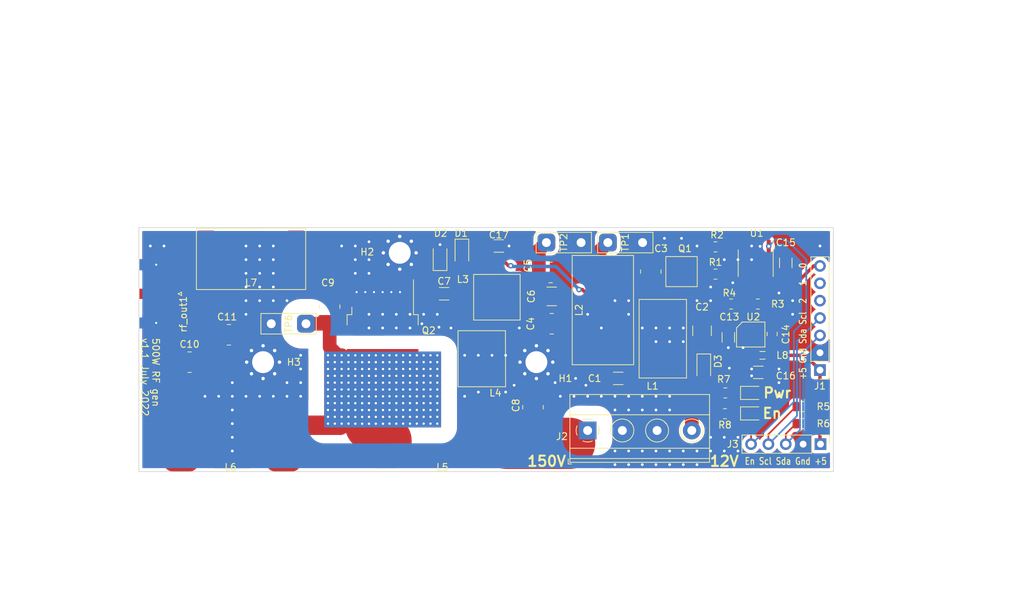
<source format=kicad_pcb>
(kicad_pcb (version 20211014) (generator pcbnew)
  (layers (0 "F.Cu" signal) (31 "B.Cu" signal) (34 "B.Paste" user) (35 "F.Paste" user) (36 "B.SilkS" user "B.Silkscreen") (37 "F.SilkS" user "F.Silkscreen") (38 "B.Mask" user) (39 "F.Mask" user) (44 "Edge.Cuts" user))
  (net 0 "")
  (net 1 "+12V")
  (net 2 "GND")
  (net 3 "Net-(C3-Pad2)")
  (net 4 "Net-(C4-Pad1)")
  (net 5 "Net-(C4-Pad2)")
  (net 6 "/SiC_gate")
  (net 7 "Net-(C7-Pad2)")
  (net 8 "VDD")
  (net 9 "Net-(C9-Pad2)")
  (net 10 "Net-(C10-Pad1)")
  (net 11 "Net-(C10-Pad2)")
  (net 12 "Net-(C14-Pad1)")
  (net 13 "Net-(C14-Pad2)")
  (net 14 "+5V")
  (net 15 "Net-(D3-Pad2)")
  (net 16 "/SDA")
  (net 17 "/SCL")
  (net 20 "/13.56Mhz")
  (net 21 "/EN")
  (net 22 "/GaN_gate")
  (net 23 "Net-(R1-Pad1)")
  (net 24 "Net-(R2-Pad1)")
  (net 25 "Net-(R3-Pad2)")
  (net 27 "Net-(D4-Pad1)")
  (net 28 "Net-(D5-Pad1)")
  (footprint "rf_gen:inductor_air_15x15" (layer "F.Cu") (at 82.26 136.12 180)
    (fp_text reference "L6")
    (fp_text value "760n")
  )
  (footprint "Capacitor_SMD:C_1206_3216Metric" (layer "F.Cu") (at 159.235 125.62 180)
    (fp_text reference "C16")
    (fp_text value "10u")
  )
  (footprint "MountingHole:MountingHole_3.2mm_M3_Pad_Via" (layer "F.Cu") (at 86.76 124.12 180)
    (fp_text reference "H3")
    (fp_text value "MountingHole_Pad")
  )
  (footprint "rf_gen:2929SQ-501" (layer "F.Cu") (at 136.5 116.5 -90)
    (fp_text reference "L2")
    (fp_text value "500n")
  )
  (footprint "rf_gen:C_1111_2828Metric" (layer "F.Cu") (at 96.5 116 -90)
    (fp_text reference "C9")
    (fp_text value "180p")
  )
  (footprint "Capacitor_SMD:C_1206_3216Metric" (layer "F.Cu") (at 154.8475 120.5 -90)
    (fp_text reference "C13")
    (fp_text value "10u")
  )
  (footprint "Resistor_SMD:R_0805_2012Metric" (layer "F.Cu") (at 152.9675 107.245 180)
    (fp_text reference "R2")
    (fp_text value "1")
  )
  (footprint "Connector_PinHeader_2.54mm:PinHeader_1x07_P2.54mm_Vertical" (layer "F.Cu") (at 168.26 125.28 180)
    (fp_text reference "J1")
    (fp_text value "Conn_01x07_Male")
  )
  (footprint "Diode_SMD:D_PowerDI-123" (layer "F.Cu") (at 112.66 108.52 90)
    (fp_text reference "D2")
    (fp_text value "DFLS230")
  )
  (footprint "TestPoint:TestPoint_2Pads_Pitch5.08mm_Drill1.3mm" (layer "F.Cu") (at 93.04 118.5 180)
    (fp_text reference "TP6")
    (fp_text value "test")
  )
  (footprint "Resistor_SMD:R_0805_2012Metric" (layer "F.Cu") (at 154.35 131.665 180)
    (fp_text reference "R8")
    (fp_text value "330")
  )
  (footprint "Inductor_SMD:L_0805_2012Metric" (layer "F.Cu") (at 159.8475 123.12)
    (fp_text reference "L8")
    (fp_text value "3.3u")
  )
  (footprint "Capacitor_SMD:C_1206_3216Metric" (layer "F.Cu") (at 113.26 114.12)
    (fp_text reference "C7")
    (fp_text value "100n")
  )
  (footprint "rf_gen:inductor_air_15x15" (layer "F.Cu") (at 112.26 135.62 180)
    (fp_text reference "L5")
    (fp_text value "880n")
  )
  (footprint "Capacitor_SMD:C_1206_3216Metric" (layer "F.Cu") (at 163.26 109.595 90)
    (fp_text reference "C15")
    (fp_text value "10u")
  )
  (footprint "rf_gen:TSOT26" (layer "F.Cu") (at 158.15 120.05)
    (fp_text reference "U2")
    (fp_text value "AP62150")
  )
  (footprint "Connector_PinHeader_2.54mm:PinHeader_1x05_P2.54mm_Vertical" (layer "F.Cu") (at 168.335 136.12 -90)
    (fp_text reference "J3")
    (fp_text value "Conn_01x05_Male")
  )
  (footprint "rf_gen:C_1111_2828Metric" (layer "F.Cu") (at 76 124.12)
    (fp_text reference "C10")
    (fp_text value "180p")
  )
  (footprint "Capacitor_SMD:C_1206_3216Metric" (layer "F.Cu") (at 138.735 126.5 180)
    (fp_text reference "C1")
    (fp_text value "100n")
  )
  (footprint "rf_gen:C_1111_2828Metric" (layer "F.Cu") (at 126.26 130.71 -90)
    (fp_text reference "C8")
    (fp_text value "270p")
  )
  (footprint "rf_gen:C_1111_2828Metric" (layer "F.Cu") (at 129 118.5 180)
    (fp_text reference "C4")
    (fp_text value "270p")
  )
  (footprint "Capacitor_SMD:C_0805_2012Metric" (layer "F.Cu") (at 161.26 120 -90)
    (fp_text reference "C14")
    (fp_text value "100n")
  )
  (footprint "TestPoint:TestPoint_2Pads_Pitch5.08mm_Drill1.3mm" (layer "F.Cu") (at 137.22 106.62)
    (fp_text reference "TP1")
    (fp_text value "test")
  )
  (footprint "LED_SMD:LED_0805_2012Metric" (layer "F.Cu") (at 158.3225 128.62)
    (fp_text reference "D4" hide)
    (fp_text value "LED")
  )
  (footprint "Resistor_SMD:R_0805_2012Metric" (layer "F.Cu") (at 159.1725 115.62 180)
    (fp_text reference "R3")
    (fp_text value "52.3k")
  )
  (footprint "TerminalBlock_Phoenix:TerminalBlock_Phoenix_MKDS-1,5-4-5.08_1x04_P5.08mm_Horizontal" (layer "F.Cu") (at 134.26 134.12)
    (fp_text reference "J2")
    (fp_text value "Screw_Terminal_01x04")
  )
  (footprint "rf_gen:C_1111_2828Metric" (layer "F.Cu") (at 81.76 120.12)
    (fp_text reference "C11")
    (fp_text value "270p")
  )
  (footprint "Capacitor_SMD:C_1206_3216Metric" (layer "F.Cu") (at 121.26 107.12 180)
    (fp_text reference "C17")
    (fp_text value "100n")
  )
  (footprint "rf_gen:2929SQ-501" (layer "F.Cu") (at 85 109)
    (fp_text reference "L7")
    (fp_text value "500n")
  )
  (footprint "rf_gen:2222SQ-221" (layer "F.Cu") (at 145.26 120.69 -90)
    (fp_text reference "L1")
    (fp_text value "220n")
  )
  (footprint "LED_SMD:LED_0805_2012Metric" (layer "F.Cu") (at 158.3225 131.62)
    (fp_text reference "D5" hide)
    (fp_text value "LED")
  )
  (footprint "rf_gen:C_1111_2828Metric" (layer "F.Cu") (at 128.85 111)
    (fp_text reference "C5")
    (fp_text value "220p")
  )
  (footprint "Resistor_SMD:R_0805_2012Metric" (layer "F.Cu") (at 165.6725 133.12 180)
    (fp_text reference "R6")
    (fp_text value "10k")
  )
  (footprint "rf_gen:2222SQ-90N" (layer "F.Cu") (at 120.985 114.62 180)
    (fp_text reference "L3")
    (fp_text value "90n")
  )
  (footprint "Resistor_SMD:R_0805_2012Metric" (layer "F.Cu") (at 155.26 115.62 180)
    (fp_text reference "R4")
    (fp_text value "10k")
  )
  (footprint "TestPoint:TestPoint_2Pads_Pitch5.08mm_Drill1.3mm" (layer "F.Cu") (at 128.22 106.62)
    (fp_text reference "TP2")
    (fp_text value "test")
  )
  (footprint "rf_gen:SMA_EdgeMount" (layer "F.Cu") (at 71.1225 114.12 180)
    (fp_text reference "rf_out1")
    (fp_text value "Conn_Coaxial")
  )
  (footprint "Diode_SMD:D_PowerDI-123" (layer "F.Cu") (at 151.26 125.12 -90)
    (fp_text reference "D3")
    (fp_text value "DFLS230")
  )
  (footprint "Resistor_SMD:R_0805_2012Metric" (layer "F.Cu") (at 152.9675 111.245 180)
    (fp_text reference "R1")
    (fp_text value "1")
  )
  (footprint "Diode_SMD:D_PowerDI-123" (layer "F.Cu") (at 115.86 108.32 -90)
    (fp_text reference "D1")
    (fp_text value "DFLS230")
  )
  (footprint "Capacitor_SMD:C_1210_3225Metric" (layer "F.Cu") (at 129 114.5)
    (fp_text reference "C6")
    (fp_text value "1n")
  )
  (footprint "Resistor_SMD:R_0805_2012Metric" (layer "F.Cu") (at 154.41 128.62 180)
    (fp_text reference "R7")
    (fp_text value "330")
  )
  (footprint "MountingHole:MountingHole_3.2mm_M3_Pad_Via" (layer "F.Cu") (at 126.76 124.12 180)
    (fp_text reference "H1")
    (fp_text value "MountingHole_Pad")
  )
  (footprint "rf_gen:GaNpx" (layer "F.Cu") (at 148 110.87 180)
    (fp_text reference "Q1")
    (fp_text value "GS61004B")
  )
  (footprint "rf_gen:C_1111_2828Metric" (layer "F.Cu") (at 143.5 110.87 -90)
    (fp_text reference "C3")
    (fp_text value "220p")
  )
  (footprint "Capacitor_SMD:C_1210_3225Metric" (layer "F.Cu") (at 151 119.525 -90)
    (fp_text reference "C2")
    (fp_text value "1n")
  )
  (footprint "Package_SO:SOIC-8_3.9x4.9mm_P1.27mm" (layer "F.Cu") (at 158.855 109.645 -90)
    (fp_text reference "U1")
    (fp_text value "NPC81074")
  )
  (footprint "rf_gen:2222SQ-111" (layer "F.Cu") (at 118.76 123.62 90)
    (fp_text reference "L4")
    (fp_text value "110n")
  )
  (footprint "Resistor_SMD:R_0805_2012Metric" (layer "F.Cu") (at 165.6725 130.62)
    (fp_text reference "R5")
    (fp_text value "10k")
  )
  (footprint "rf_gen:TO-263-7_heatsink" (layer "F.Cu") (at 104.26 120.12 -90)
    (fp_text reference "Q2")
    (fp_text value "G3R350MT12J")
  )
  (footprint "MountingHole:MountingHole_3.2mm_M3_Pad_Via" (layer "F.Cu") (at 106.76 108.12 180)
    (fp_text reference "H2")
    (fp_text value "MountingHole_Pad")
  )
  (gr_rect (start 68.58 104.42) (end 170.22 140.14) (layer "Edge.Cuts") (width 0.1) (fill none))
  (gr_text "150V" (at 128.26 138.62) (layer "F.SilkS") (effects (font (size 1.5 1.5) (thickness 0.3))))
  (gr_text "Pwr" (at 162.01 128.62) (layer "F.SilkS") (effects (font (size 1.5 1.5) (thickness 0.3))))
  (gr_text "En Scl Sda Gnd +5" (at 163.26 138.62) (layer "F.SilkS") (effects (font (size 1 0.8))))
  (gr_text "500W RF gen\nv1.1 July 2022" (at 70.26 120.5 270) (layer "F.SilkS") (effects (font (size 1 1)) (justify left)))
  (gr_text "En" (at 161.26 131.62) (layer "F.SilkS") (effects (font (size 1.5 1.5) (thickness 0.3))))
  (gr_text "+5 Gnd Sda Scl  2   1   0" (at 165.76 118.12 90) (layer "F.SilkS") (effects (font (size 1 0.8))))
  (gr_text "12V" (at 154.26 138.62) (layer "F.SilkS") (effects (font (size 1.5 1.5) (thickness 0.3))))
  (segment (start 154.8475 119.025) (end 153.975 119.025) (width 2) (layer "F.Cu") (net 1))
  (segment (start 116.06 107.27) (end 119.635 107.27) (width 2) (layer "F.Cu") (net 1))
  (segment (start 115.86 107.47) (end 116.06 107.27) (width 2) (layer "F.Cu") (net 1))
  (segment (start 119.635 107.27) (end 119.785 107.12) (width 2) (layer "F.Cu") (net 1))
  (segment (start 144.02 126.5) (end 145.26 125.26) (width 2) (layer "F.Cu") (net 1))
  (segment (start 146.25 124.27) (end 145.26 125.26) (width 2) (layer "F.Cu") (net 1))
  (segment (start 151.26 124.27) (end 146.25 124.27) (width 2) (layer "F.Cu") (net 1))
  (segment (start 151.26 124.27) (end 151.26 121.26) (width 2) (layer "F.Cu") (net 1))
  (segment (start 122.665 110) (end 119.785 107.12) (width 0.5) (layer "F.Cu") (net 1))
  (segment (start 123 110) (end 122.665 110) (width 0.5) (layer "F.Cu") (net 1))
  (segment (start 152 121) (end 151 121) (width 2) (layer "F.Cu") (net 1))
  (segment (start 153.975 119.025) (end 152 121) (width 2) (layer "F.Cu") (net 1))
  (segment (start 140.21 126.5) (end 144.02 126.5) (width 2) (layer "F.Cu") (net 1))
  (segment (start 133.5 113.5) (end 145.26 125.26) (width 0.5) (layer "F.Cu") (net 1))
  (segment (start 133 113.5) (end 133.5 113.5) (width 0.5) (layer "F.Cu") (net 1))
  (segment (start 157 119.1) (end 155.4225 119.1) (width 0.5) (layer "F.Cu") (net 1))
  (segment (start 151.26 121.26) (end 151 121) (width 2) (layer "F.Cu") (net 1))
  (via (at 133 113.5) (size 0.8) (drill 0.4) (layers "F.Cu" "B.Cu") (net 1))
  (via (at 123 110) (size 0.8) (drill 0.4) (layers "F.Cu" "B.Cu") (net 1))
  (segment (start 123.12 110.12) (end 129.62 110.12) (width 0.5) (layer "B.Cu") (net 1))
  (segment (start 123 110) (end 123.12 110.12) (width 0.5) (layer "B.Cu") (net 1))
  (segment (start 129.62 110.12) (end 133 113.5) (width 0.5) (layer "B.Cu") (net 1))
  (segment (start 130.475 110.725) (end 130.58 110.62) (width 0.25) (layer "F.Cu") (net 2))
  (segment (start 162.91 108.47) (end 160.11 108.47) (width 0.25) (layer "F.Cu") (net 2))
  (segment (start 100.45 113.5) (end 96.53 113.5) (width 2) (layer "F.Cu") (net 2))
  (segment (start 91.6 109) (end 94.745 109) (width 2) (layer "F.Cu") (net 2))
  (segment (start 154.8475 122) (end 155.8475 121) (width 0.5) (layer "F.Cu") (net 2))
  (segment (start 157 121) (end 157 122) (width 0.5) (layer "F.Cu") (net 2))
  (segment (start 157 122) (end 157 124.86) (width 0.5) (layer "F.Cu") (net 2))
  (segment (start 157 124.86) (end 157.76 125.62) (width 0.5) (layer "F.Cu") (net 2))
  (segment (start 155.8475 121) (end 157 121) (width 0.5) (layer "F.Cu") (net 2))
  (segment (start 94.745 109) (end 96.5 110.755) (width 2) (layer "F.Cu") (net 2))
  (segment (start 160.11 108.47) (end 159.49 107.85) (width 0.25) (layer "F.Cu") (net 2))
  (segment (start 109.23 106.57) (end 112.66 106.57) (width 2) (layer "F.Cu") (net 2))
  (segment (start 105.53 110.27) (end 109.23 106.57) (width 2) (layer "F.Cu") (net 2))
  (segment (start 100.45 113.87) (end 106.07 113.87) (width 2) (layer "F.Cu") (net 2))
  (segment (start 105.53 113.87) (end 105.53 110.27) (width 2) (layer "F.Cu") (net 2))
  (segment (start 96.5 110.355) (end 96.5 113.5) (width 2) (layer "F.Cu") (net 2))
  (segment (start 130.475 114.5) (end 130.475 110.725) (width 0.25) (layer "F.Cu") (net 2))
  (via (at 110 118.5) (size 0.8) (drill 0.4) (layers "F.Cu" "B.Cu") (net 2))
  (via (at 164.26 117.12) (size 0.8) (drill 0.4) (layers "F.Cu" "B.Cu") (net 2))
  (via (at 122.76 107.12) (size 0.8) (drill 0.4) (layers "F.Cu" "B.Cu") (net 2))
  (via (at 144.26 129.12) (size 0.8) (drill 0.4) (layers "F.Cu" "B.Cu") (net 2))
  (via (at 110.26 117.12) (size 0.8) (drill 0.4) (layers "F.Cu" "B.Cu") (net 2))
  (via (at 102.26 117.12) (size 0.8) (drill 0.4) (layers "F.Cu" "B.Cu") (net 2))
  (via (at 112.26 117.12) (size 0.8) (drill 0.4) (layers "F.Cu" "B.Cu") (net 2))
  (via (at 154.26 137.12) (size 0.8) (drill 0.4) (layers "F.Cu" "B.Cu") (net 2))
  (via (at 148.26 137.12) (size 0.8) (drill 0.4) (layers "F.Cu" "B.Cu") (net 2))
  (via (at 72.26 107.12) (size 0.8) (drill 0.4) (layers "F.Cu" "B.Cu") (net 2))
  (via (at 154.8475 122) (size 0.8) (drill 0.4) (layers "F.Cu" "B.Cu") (net 2))
  (via (at 154.26 109.12) (size 0.8) (drill 0.4) (layers "F.Cu" "B.Cu") (net 2))
  (via (at 98.26 107.12) (size 0.8) (drill 0.4) (layers "F.Cu" "B.Cu") (net 2))
  (via (at 70.26 107.12) (size 0.8) (drill 0.4) (layers "F.Cu" "B.Cu") (net 2))
  (via (at 150.26 139.12) (size 0.8) (drill 0.4) (layers "F.Cu" "B.Cu") (net 2))
  (via (at 102.26 109.12) (size 0.8) (drill 0.4) (layers "F.Cu" "B.Cu") (net 2))
  (via (at 108.26 119.12) (size 0.8) (drill 0.4) (layers "F.Cu" "B.Cu") (net 2))
  (via (at 88.26 111.12) (size 0.8) (drill 0.4) (layers "F.Cu" "B.Cu") (net 2))
  (via (at 116.26 129.12) (size 0.8) (drill 0.4) (layers "F.Cu" "B.Cu") (net 2))
  (via (at 132.5 126.5) (size 0.8) (drill 0.4) (layers "F.Cu" "B.Cu") (net 2))
  (via (at 116.26 123.12) (size 0.8) (drill 0.4) (layers "F.Cu" "B.Cu") (net 2))
  (via (at 156.26 109.12) (size 0.8) (drill 0.4) (layers "F.Cu" "B.Cu") (net 2))
  (via (at 86.26 111.12) (size 0.8) (drill 0.4) (layers "F.Cu" "B.Cu") (net 2))
  (via (at 140.26 117.12) (size 0.8) (drill 0.4) (layers "F.Cu" "B.Cu") (net 2))
  (via (at 136.26 129.12) (size 0.8) (drill 0.4) (layers "F.Cu" "B.Cu") (net 2))
  (via (at 112.66 106.92) (size 0.8) (drill 0.4) (layers "F.Cu" "B.Cu") (net 2))
  (via (at 84.26 107.12) (size 0.8) (drill 0.4) (layers "F.Cu" "B.Cu") (net 2))
  (via (at 152.26 115.12) (size 0.8) (drill 0.4) (layers "F.Cu" "B.Cu") (net 2))
  (via (at 150.26 115.12) (size 0.8) (drill 0.4) (layers "F.Cu" "B.Cu") (net 2))
  (via (at 84.26 111.12) (size 0.8) (drill 0.4) (layers "F.Cu" "B.Cu") (net 2))
  (via (at 88.26 107.12) (size 0.8) (drill 0.4) (layers "F.Cu" "B.Cu") (net 2))
  (via (at 156.26 137.12) (size 0.8) (drill 0.4) (layers "F.Cu" "B.Cu") (net 2))
  (via (at 140.26 131.12) (size 0.8) (drill 0.4) (layers "F.Cu" "B.Cu") (net 2))
  (via (at 144.26 119.12) (size 0.8) (drill 0.4) (layers "F.Cu" "B.Cu") (net 2))
  (via (at 82.26 135.12) (size 0.8) (drill 0.4) (layers "F.Cu" "B.Cu") (net 2))
  (via (at 84.26 117.12) (size 0.8) (drill 0.4) (layers "F.Cu" "B.Cu") (net 2))
  (via (at 146.26 131.12) (size 0.8) (drill 0.4) (layers "F.Cu" "B.Cu") (net 2))
  (via (at 150.26 107.12) (size 0.8) (drill 0.4) (layers "F.Cu" "B.Cu") (net 2))
  (via (at 148.26 119.12) (size 0.8) (drill 0.4) (layers "F.Cu" "B.Cu") (net 2))
  (via (at 162.26 114) (size 0.8) (drill 0.4) (layers "F.Cu" "B.Cu") (net 2))
  (via (at 138.26 129.12) (size 0.8) (drill 0.4) (layers "F.Cu" "B.Cu") (net 2))
  (via (at 112.5 119) (size 0.8) (drill 0.4) (layers "F.Cu" "B.Cu") (net 2))
  (via (at 82.26 131.12) (size 0.8) (drill 0.4) (layers "F.Cu" "B.Cu") (net 2))
  (via (at 100.26 107.12) (size 0.8) (drill 0.4) (layers "F.Cu" "B.Cu") (net 2))
  (via (at 118.26 123.12) (size 0.8) (drill 0.4) (layers "F.Cu" "B.Cu") (net 2))
  (via (at 152.26 137.12) (size 0.8) (drill 0.4) (layers "F.Cu" "B.Cu") (net 2))
  (via (at 102.26 106.5) (size 0.8) (drill 0.4) (layers "F.Cu" "B.Cu") (net 2))
  (via (at 162.26 129.12) (size 0.8) (drill 0.4) (layers "F.Cu" "B.Cu") (net 2))
  (via (at 129.5 127.12) (size 0.8) (drill 0.4) (layers "F.Cu" "B.Cu") (net 2))
  (via (at 134.26 129.12) (size 0.8) (drill 0.4) (layers "F.Cu" "B.Cu") (net 2))
  (via (at 159.49 107.17) (size 0.8) (drill 0.4) (layers "F.Cu" "B.Cu") (net 2))
  (via (at 104.26 117.12) (size 0.8) (drill 0.4) (layers "F.Cu" "B.Cu") (net 2))
  (via (at 82.26 129.12) (size 0.8) (drill 0.4) (layers "F.Cu" "B.Cu") (net 2))
  (via (at 144.26 121.12) (size 0.8) (drill 0.4) (layers "F.Cu" "B.Cu") (net 2))
  (via (at 82.26 137.12) (size 0.8) (drill 0.4) (layers "F.Cu" "B.Cu") (net 2))
  (via (at 108.26 117.12) (size 0.8) (drill 0.4) (layers "F.Cu" "B.Cu") (net 2))
  (via (at 134.26 117.12) (size 0.8) (drill 0.4) (layers "F.Cu" "B.Cu") (net 2))
  (via (at 114.26 119.12) (size 0.8) (drill 0.4) (layers "F.Cu" "B.Cu") (net 2))
  (via (at 92.26 123.12) (size 0.8) (drill 0.4) (layers "F.Cu" "B.Cu") (net 2))
  (via (at 146.26 139.12) (size 0.8) (drill 0.4) (layers "F.Cu" "B.Cu") (net 2))
  (via (at 152.26 113.12) (size 0.8) (drill 0.4) (layers "F.Cu" "B.Cu") (net 2))
  (via (at 106.26 119.12) (size 0.8) (drill 0.4) (layers "F.Cu" "B.Cu") (net 2))
  (via (at 158.26 125.12) (size 0.8) (drill 0.4) (layers "F.Cu" "B.Cu") (net 2))
  (via (at 146.26 119.12) (size 0.8) (drill 0.4) (layers "F.Cu" "B.Cu") (net 2))
  (via (at 86.26 113.12) (size 0.8) (drill 0.4) (layers "F.Cu" "B.Cu") (net 2))
  (via (at 154.26 135.12) (size 0.8) (drill 0.4) (layers "F.Cu" "B.Cu") (net 2))
  (via (at 82.26 133.12) (size 0.8) (drill 0.4) (layers "F.Cu" "B.Cu") (net 2))
  (via (at 102.26 111.12) (size 0.8) (drill 0.4) (layers "F.Cu" "B.Cu") (net 2))
  (via (at 146.26 129.12) (size 0.8) (drill 0.4) (layers "F.Cu" "B.Cu") (net 2))
  (via (at 156.26 135.12) (size 0.8) (drill 0.4) (layers "F.Cu" "B.Cu") (net 2))
  (via (at 86.26 109.12) (size 0.8) (drill 0.4) (layers "F.Cu" "B.Cu") (net 2))
  (via (at 138.26 115.12) (size 0.8) (drill 0.4) (layers "F.Cu" "B.Cu") (net 2))
  (via (at 88.26 113.12) (size 0.8) (drill 0.4) (layers "F.Cu" "B.Cu") (net 2))
  (via (at 142.26 129.12) (size 0.8) (drill 0.4) (layers "F.Cu" "B.Cu") (net 2))
  (via (at 90.26 127.12) (size 0.8) (drill 0.4) (layers "F.Cu" "B.Cu") (net 2))
  (via (at 142.26 137.12) (size 0.8) (drill 0.4) (layers "F.Cu" "B.Cu") (net 2))
  (via (at 86.26 115.12) (size 0.8) (drill 0.4) (layers "F.Cu" "B.Cu") (net 2))
  (via (at 92.26 127.12) (size 0.8) (drill 0.4) (layers "F.Cu" "B.Cu") (net 2))
  (via (at 144.26 131.12) (size 0.8) (drill 0.4) (layers "F.Cu" "B.Cu") (net 2))
  (via (at 140.26 115.12) (size 0.8) (drill 0.4) (layers "F.Cu" "B.Cu") (net 2))
  (via (at 106.26 117.12) (size 0.8) (drill 0.4) (layers "F.Cu" "B.Cu") (net 2))
  (via (at 84.26 109.12) (size 0.8) (drill 0.4) (layers "F.Cu" "B.Cu") (net 2))
  (via (at 158.26 126.12) (size 0.8) (drill 0.4) (layers "F.Cu" "B.Cu") (net 2))
  (via (at 102.26 119.12) (size 0.8) (drill 0.4) (layers "F.Cu" "B.Cu") (net 2))
  (via (at 82.26 127.12) (size 0.8) (drill 0.4) (layers "F.Cu" "B.Cu") (net 2))
  (via (at 104.26 119.12) (size 0.8) (drill 0.4) (layers "F.Cu" "B.Cu") (net 2))
  (via (at 118.26 128.5) (size 0.8) (drill 0.4) (layers "F.Cu" "B.Cu") (net 2))
  (via (at 100.26 109.12) (size 0.8) (drill 0.4) (layers "F.Cu" "B.Cu") (net 2))
  (via (at 88.26 109.12) (size 0.8) (drill 0.4) (layers "F.Cu" "B.Cu") (net 2))
  (via (at 150.26 137.12) (size 0.8) (drill 0.4) (layers "F.Cu" "B.Cu") (net 2))
  (via (at 168.26 107.12) (size 0.8) (drill 0.4) (layers "F.Cu" "B.Cu") (net 2))
  (via (at 138.26 131.12) (size 0.8) (drill 0.4) (layers "F.Cu" "B.Cu") (net 2))
  (via (at 148.26 139.12) (size 0.8) (drill 0.4) (layers "F.Cu" "B.Cu") (net 2))
  (via (at 144.26 139.12) (size 0.8) (drill 0.4) (layers "F.Cu" "B.Cu") (net 2))
  (via (at 92.26 129.12) (size 0.8) (drill 0.4) (layers "F.Cu" "B.Cu") (net 2))
  (via (at 80.26 129.12) (size 0.8) (drill 0.4) (layers "F.Cu" "B.Cu") (net 2))
  (via (at 78.26 129.12) (size 0.8) (drill 0.4) (layers "F.Cu" "B.Cu") (net 2))
  (via (at 157 122) (size 0.8) (drill 0.4) (layers "F.Cu" "B.Cu") (net 2))
  (via (at 144.26 137.12) (size 0.8) (drill 0.4) (layers "F.Cu" "B.Cu") (net 2))
  (via (at 138.26 137.12) (size 0.8) (drill 0.4) (layers "F.Cu" "B.Cu") (net 2))
  (via (at 124.26 119.12) (size 0.8) (drill 0.4) (layers "F.Cu" "B.Cu") (net 2))
  (via (at 136.26 119.12) (size 0.8) (drill 0.4) (layers "F.Cu" "B.Cu") (net 2))
  (via (at 84.26 115.12) (size 0.8) (drill 0.4) (layers "F.Cu" "B.Cu") (net 2))
  (via (at 142.26 139.12) (size 0.8) (drill 0.4) (layers "F.Cu" "B.Cu") (net 2))
  (via (at 152.26 135.12) (size 0.8) (drill 0.4) (layers "F.Cu" "B.Cu") (net 2))
  (via (at 86.26 107.12) (size 0.8) (drill 0.4) (layers "F.Cu" "B.Cu") (net 2))
  (via (at 88.26 129.12) (size 0.8) (drill 0.4) (layers "F.Cu" "B.Cu") (net 2))
  (via (at 146.26 137.12) (size 0.8) (drill 0.4) (layers "F.Cu" "B.Cu") (net 2))
  (via (at 138.26 139.12) (size 0.8) (drill 0.4) (layers "F.Cu" "B.Cu") (net 2))
  (via (at 86.26 129.12) (size 0.8) (drill 0.4) (layers "F.Cu" "B.Cu") (net 2))
  (via (at 92.26 125.12) (size 0.8) (drill 0.4) (layers "F.Cu" "B.Cu") (net 2))
  (via (at 132.26 129.12) (size 0.8) (drill 0.4) (layers "F.Cu" "B.Cu") (net 2))
  (via (at 90.26 115.12) (size 0.8) (drill 0.4) (layers "F.Cu" "B.Cu") (net 2))
  (via (at 122.26 128.5) (size 0.8) (drill 0.4) (layers "F.Cu" "B.Cu") (net 2))
  (via (at 164.26 115.12) (size 0.8) (drill 0.4) (layers "F.Cu" "B.Cu") (net 2))
  (via (at 120.26 123.12) (size 0.8) (drill 0.4) (layers "F.Cu" "B.Cu") (net 2))
  (via (at 134 127.5) (size 0.8) (drill 0.4) (layers "F.Cu" "B.Cu") (net 2))
  (via (at 140.26 139.12) (size 0.8) (drill 0.4) (layers "F.Cu" "B.Cu") (net 2))
  (via (at 140.26 137.12) (size 0.8) (drill 0.4) (layers "F.Cu" "B.Cu") (net 2))
  (via (at 84.26 129.12) (size 0.8) (drill 0.4) (layers "F.Cu" "B.Cu") (net 2))
  (via (at 123.5 127.5) (size 0.8) (drill 0.4) (layers "F.Cu" "B.Cu") (net 2))
  (via (at 155.5 112.5) (size 0.8) (drill 0.4) (layers "F.Cu" "B.Cu") (net 2))
  (via (at 88.26 115.12) (size 0.8) (drill 0.4) (layers "F.Cu" "B.Cu") (net 2))
  (via (at 162.26 125.12) (size 0.8) (drill 0.4) (layers "F.Cu" "B.Cu") (net 2))
  (via (at 158.26 107.12) (size 0.8) (drill 0.4) (layers "F.Cu" "B.Cu") (net 2))
  (via (at 155 125) (size 0.8) (drill 0.4) (layers "F.Cu" "B.Cu") (net 2))
  (via (at 84.26 113.12) (size 0.8) (drill 0.4) (layers "F.Cu" "B.Cu") (net 2))
  (via (at 158.26 109.12) (size 0.8) (drill 0.4) (layers "F.Cu" "B.Cu") (net 2))
  (via (at 146.26 121.12) (size 0.8) (drill 0.4) (layers "F.Cu" "B.Cu") (net 2))
  (via (at 148.26 121.12) (size 0.8) (drill 0.4) (layers "F.Cu" "B.Cu") (net 2))
  (via (at 142.26 119.12) (size 0.8) (drill 0.4) (layers "F.Cu" "B.Cu") (net 2))
  (via (at 148 106) (size 0.8) (drill 0.4) (layers "F.Cu" "B.Cu") (net 2))
  (via (at 140.26 129.12) (size 0.8) (drill 0.4) (layers "F.Cu" "B.Cu") (net 2))
  (via (at 100.26 111.12) (size 0.8) (drill 0.4) (layers "F.Cu" "B.Cu") (net 2))
  (via (at 90.26 129.12) (size 0.8) (drill 0.4) (layers "F.Cu" "B.Cu") (net 2))
  (via (at 142.26 131.12) (size 0.8) (drill 0.4) (layers "F.Cu" "B.Cu") (net 2))
  (via (at 130.26 129.12) (size 0.8) (drill 0.4) (layers "F.Cu" "B.Cu") (net 2))
  (via (at 122.26 123.12) (size 0.8) (drill 0.4) (layers "F.Cu" "B.Cu") (net 2))
  (via (at 162.26 127.12) (size 0.8) (drill 0.4) (layers "F.Cu" "B.Cu") (net 2))
  (via (at 145.5 106) (size 0.8) (drill 0.4) (layers "F.Cu" "B.Cu") (net 2))
  (segment (start 165.795 125.205) (end 165.795 136.12) (width 0.25) (layer "B.Cu") (net 2))
  (segment (start 168.26 122.74) (end 165.795 125.205) (width 0.25) (layer "B.Cu") (net 2))
  (segment (start 145.26 114.74) (end 146.905 113.095) (width 2) (layer "F.Cu") (net 3))
  (segment (start 146.905 113.095) (end 143.495 113.095) (width 2) (layer "F.Cu") (net 3))
  (segment (start 136 110.4) (end 136 107.84) (width 2) (layer "F.Cu") (net 3))
  (segment (start 143 112.6) (end 138.2 112.6) (width 2) (layer "F.Cu") (net 3))
  (segment (start 138.2 112.6) (end 136 110.4) (width 2) (layer "F.Cu") (net 3))
  (segment (start 136 107.84) (end 137.22 106.62) (width 2) (layer "F.Cu") (net 3))
  (segment (start 145.26 116.12) (end 145.26 114.74) (width 2) (layer "F.Cu") (net 3))
  (segment (start 143.495 113.095) (end 143 112.6) (width 2) (layer "F.Cu") (net 3))
  (segment (start 135.33 123.1) (end 130.73 118.5) (width 2) (layer "F.Cu") (net 4))
  (segment (start 136.5 123.1) (end 135.33 123.1) (width 2) (layer "F.Cu") (net 4))
  (segment (start 127.12 111) (end 127.12 107.72) (width 2) (layer "F.Cu") (net 5))
  (segment (start 127.26 114.62) (end 123.21 114.62) (width 2) (layer "F.Cu") (net 5))
  (segment (start 127.12 107.72) (end 128.22 106.62) (width 2) (layer "F.Cu") (net 5))
  (segment (start 127.26 111.52) (end 127.26 118.795) (width 2) (layer "F.Cu") (net 5))
  (segment (start 108.8 114.12) (end 112.66 110.26) (width 2) (layer "F.Cu") (net 6))
  (segment (start 112.66 109.37) (end 113.21 109.92) (width 2) (layer "F.Cu") (net 6))
  (segment (start 111.785 114.12) (end 108.8 114.12) (width 2) (layer "F.Cu") (net 6))
  (segment (start 112.66 110.26) (end 112.66 109.37) (width 2) (layer "F.Cu") (net 6))
  (segment (start 113.21 109.92) (end 115.86 109.92) (width 2) (layer "F.Cu") (net 6))
  (segment (start 118.76 114.62) (end 115.235 114.62) (width 2) (layer "F.Cu") (net 7))
  (segment (start 115.235 114.62) (end 114.735 114.12) (width 2) (layer "F.Cu") (net 7))
  (segment (start 116.26 115.645) (end 115.235 114.62) (width 2) (layer "F.Cu") (net 7))
  (segment (start 116.26 120.2) (end 116.26 115.645) (width 2) (layer "F.Cu") (net 7))
  (segment (start 122.375 136) (end 131.625 136) (width 7.5) (layer "F.Cu") (net 8))
  (segment (start 98.002111 133.3575) (end 100.260001 131.09961) (width 2.84) (layer "F.Cu") (net 9))
  (segment (start 98.295622 123.09961) (end 97.681266 123.09961) (width 2) (layer "F.Cu") (net 9))
  (segment (start 102.4975 133.3575) (end 104.76 135.62) (width 7.5) (layer "F.Cu") (net 9))
  (segment (start 88.26 133.3575) (end 98.002111 133.3575) (width 2.84) (layer "F.Cu") (net 9))
  (segment (start 96.5 118.5) (end 93.04 118.5) (width 2) (layer "F.Cu") (net 9))
  (segment (start 97.681266 123.09961) (end 96.51 121.928344) (width 2) (layer "F.Cu") (net 9))
  (segment (start 96.51 121.928344) (end 96.5 118.5) (width 2) (layer "F.Cu") (net 9))
  (segment (start 104.1 129.28) (end 104.26 129.12) (width 7.5) (layer "F.Cu") (net 9))
  (segment (start 73 123.54625) (end 73 132.69375) (width 2.84) (layer "F.Cu") (net 10))
  (segment (start 78.4 109) (end 78.4 114.4) (width 2.84) (layer "F.Cu") (net 11))
  (segment (start 71.4725 114.12) (end 78.12 114.12) (width 2) (layer "F.Cu") (net 11))
  (segment (start 78.4 114.4) (end 78.52 114.52) (width 2.84) (layer "F.Cu") (net 11))
  (segment (start 78.52 114.52) (end 78.52 124.48) (width 2.84) (layer "F.Cu") (net 11))
  (segment (start 78.12 114.12) (end 78.52 114.52) (width 2) (layer "F.Cu") (net 11))
  (segment (start 161.26 119.05) (end 160.025 120.285) (width 0.25) (layer "F.Cu") (net 12))
  (segment (start 160.025 120.871116) (end 159.896116 121) (width 0.25) (layer "F.Cu") (net 12))
  (segment (start 159.896116 121) (end 159.2 121) (width 0.25) (layer "F.Cu") (net 12))
  (segment (start 160.025 120.285) (end 160.025 120.871116) (width 0.25) (layer "F.Cu") (net 12))
  (segment (start 158.785 122.995) (end 161.26 120.52) (width 0.5) (layer "F.Cu") (net 13))
  (segment (start 158 122.335) (end 158.785 123.12) (width 0.5) (layer "F.Cu") (net 13))
  (segment (start 157.9 120.05) (end 158 120.15) (width 0.5) (layer "F.Cu") (net 13))
  (segment (start 157 120.05) (end 157.9 120.05) (width 0.5) (layer "F.Cu") (net 13))
  (segment (start 158 120.15) (end 158 122.335) (width 0.5) (layer "F.Cu") (net 13))
  (segment (start 158.785 123.12) (end 158.785 122.995) (width 0.5) (layer "F.Cu") (net 13))
  (segment (start 160.71 125.62) (end 160.71 123.32) (width 0.5) (layer "F.Cu") (net 14))
  (segment (start 166.585 133.12) (end 168.26 133.12) (width 0.5) (layer "F.Cu") (net 14))
  (segment (start 160.085 113.985) (end 158.22 112.12) (width 0.5) (layer "F.Cu") (net 14))
  (segment (start 166.1 123.12) (end 168.26 125.28) (width 0.5) (layer "F.Cu") (net 14))
  (segment (start 168.26 125.28) (end 168.26 130.62) (width 0.5) (layer "F.Cu") (net 14))
  (segment (start 159.49 111.495761) (end 160.365761 110.62) (width 0.5) (layer "F.Cu") (net 14))
  (segment (start 160.91 123.12) (end 166.1 123.12) (width 0.5) (layer "F.Cu") (net 14))
  (segment (start 166.585 130.62) (end 168.26 130.62) (width 0.5) (layer "F.Cu") (net 14))
  (segment (start 162.81 110.62) (end 163.26 111.07) (width 0.5) (layer "F.Cu") (net 14))
  (segment (start 168.26 130.62) (end 168.26 133.12) (width 0.5) (layer "F.Cu") (net 14))
  (segment (start 159.26 127.07) (end 159.26 128.62) (width 0.5) (layer "F.Cu") (net 14))
  (segment (start 160.71 123.32) (end 160.91 123.12) (width 0.5) (layer "F.Cu") (net 14))
  (segment (start 158.22 112.12) (end 159.49 112.12) (width 0.5) (layer "F.Cu") (net 14))
  (segment (start 162.485 121.545) (end 162.485 118.02) (width 0.5) (layer "F.Cu") (net 14))
  (segment (start 162.485 118.02) (end 160.085 115.62) (width 0.5) (layer "F.Cu") (net 14))
  (segment (start 160.365761 110.62) (end 162.81 110.62) (width 0.5) (layer "F.Cu") (net 14))
  (segment (start 168.26 133.12) (end 168.26 136.045) (width 0.5) (layer "F.Cu") (net 14))
  (segment (start 160.71 125.62) (end 159.26 127.07) (width 0.5) (layer "F.Cu") (net 14))
  (segment (start 160.91 123.12) (end 162.485 121.545) (width 0.5) (layer "F.Cu") (net 14))
  (segment (start 160.085 115.62) (end 160.085 113.985) (width 0.5) (layer "F.Cu") (net 14))
  (segment (start 149.5 134.12) (end 149.5 129.38) (width 2) (layer "F.Cu") (net 15))
  (segment (start 149.5 129.38) (end 151.26 127.62) (width 2) (layer "F.Cu") (net 15))
  (segment (start 163.255 134.625) (end 163.255 136.12) (width 0.25) (layer "F.Cu") (net 16))
  (segment (start 164.76 133.12) (end 163.255 134.625) (width 0.25) (layer "F.Cu") (net 16))
  (segment (start 165.345 123.115) (end 165.345 134.03) (width 0.25) (layer "B.Cu") (net 16))
  (segment (start 165.345 134.03) (end 163.255 136.12) (width 0.25) (layer "B.Cu") (net 16))
  (segment (start 168.26 120.2) (end 165.345 123.115) (width 0.25) (layer "B.Cu") (net 16))
  (segment (start 164.76 130.62) (end 160.715 134.665) (width 0.25) (layer "F.Cu") (net 17))
  (segment (start 160.715 134.665) (end 160.715 136.12) (width 0.25) (layer "F.Cu") (net 17))
  (segment (start 164.895 121.025) (end 168.26 117.66) (width 0.25) (layer "B.Cu") (net 17))
  (segment (start 160.76 136.12) (end 164.895 131.985) (width 0.25) (layer "B.Cu") (net 17))
  (segment (start 164.895 131.985) (end 164.895 121.025) (width 0.25) (layer "B.Cu") (net 17))
  (segment (start 164.76 112.62) (end 161.26 112.62) (width 0.5) (layer "F.Cu") (net 20))
  (segment (start 168.26 110.04) (end 167.34 110.04) (width 0.5) (layer "F.Cu") (net 20))
  (segment (start 167.34 110.04) (end 164.76 112.62) (width 0.5) (layer "F.Cu") (net 20))
  (segment (start 161.26 112.62) (end 160.76 112.12) (width 0.5) (layer "F.Cu") (net 20))
  (segment (start 158.175 136.12) (end 158.175 132.705) (width 0.25) (layer "F.Cu") (net 21))
  (segment (start 158.175 132.705) (end 159.26 131.62) (width 0.25) (layer "F.Cu") (net 21))
  (via (at 160.76 107.17) (size 0.8) (drill 0.4) (layers "F.Cu" "B.Cu") (net 21))
  (segment (start 163.26 106.12) (end 161.81 106.12) (width 0.25) (layer "B.Cu") (net 21))
  (segment (start 166.26 109.12) (end 163.26 106.12) (width 0.25) (layer "B.Cu") (net 21))
  (segment (start 164.445 129.935) (end 164.445 119.623299) (width 0.25) (layer "B.Cu") (net 21))
  (segment (start 161.81 106.12) (end 160.76 107.17) (width 0.25) (layer "B.Cu") (net 21))
  (segment (start 158.26 136.12) (end 164.445 129.935) (width 0.25) (layer "B.Cu") (net 21))
  (segment (start 164.445 119.623299) (end 166.26 117.808299) (width 0.25) (layer "B.Cu") (net 21))
  (segment (start 166.26 117.808299) (end 166.26 109.12) (width 0.25) (layer "B.Cu") (net 21))
  (segment (start 152.055 111.245) (end 150.57 109.76) (width 0.5) (layer "F.Cu") (net 22))
  (segment (start 152.055 107.245) (end 152.055 107.965) (width 0.5) (layer "F.Cu") (net 22))
  (segment (start 150.57 109.76) (end 150.26 109.76) (width 0.5) (layer "F.Cu") (net 22))
  (segment (start 152.055 107.965) (end 150.26 109.76) (width 0.5) (layer "F.Cu") (net 22))
  (segment (start 150.26 109.76) (end 149.9 110.12) (width 0.5) (layer "F.Cu") (net 22))
  (segment (start 153.88 111.245) (end 156.075 111.245) (width 0.5) (layer "F.Cu") (net 23))
  (segment (start 156.075 111.245) (end 156.95 112.12) (width 0.5) (layer "F.Cu") (net 23))
  (segment (start 156.875 107.245) (end 156.95 107.17) (width 0.5) (layer "F.Cu") (net 24))
  (segment (start 153.88 107.245) (end 156.875 107.245) (width 0.5) (layer "F.Cu") (net 24))
  (segment (start 156.1725 115.62) (end 158.26 115.62) (width 0.25) (layer "F.Cu") (net 25))
  (segment (start 159.2 119.1) (end 159.2 116.56) (width 0.5) (layer "F.Cu") (net 25))
  (segment (start 159.2 116.56) (end 158.26 115.62) (width 0.5) (layer "F.Cu") (net 25))
  (segment (start 155.3225 128.62) (end 157.385 128.62) (width 0.25) (layer "F.Cu") (net 27))
  (segment (start 157.385 131.62) (end 155.3075 131.62) (width 0.25) (layer "F.Cu") (net 28))
  (zone (net 2) (net_name "GND") (layers F&B.Cu) (connect_pads yes (clearance 0.508)) (min_thickness 0.254) (fill yes (thermal_gap 0.508) (thermal_bridge_width 0.508))
    (polygon (pts (xy 195.58 157.48) (xy 48.26 157.48) (xy 53.34 71.12) (xy 198.12 71.12)))
  )
)
</source>
